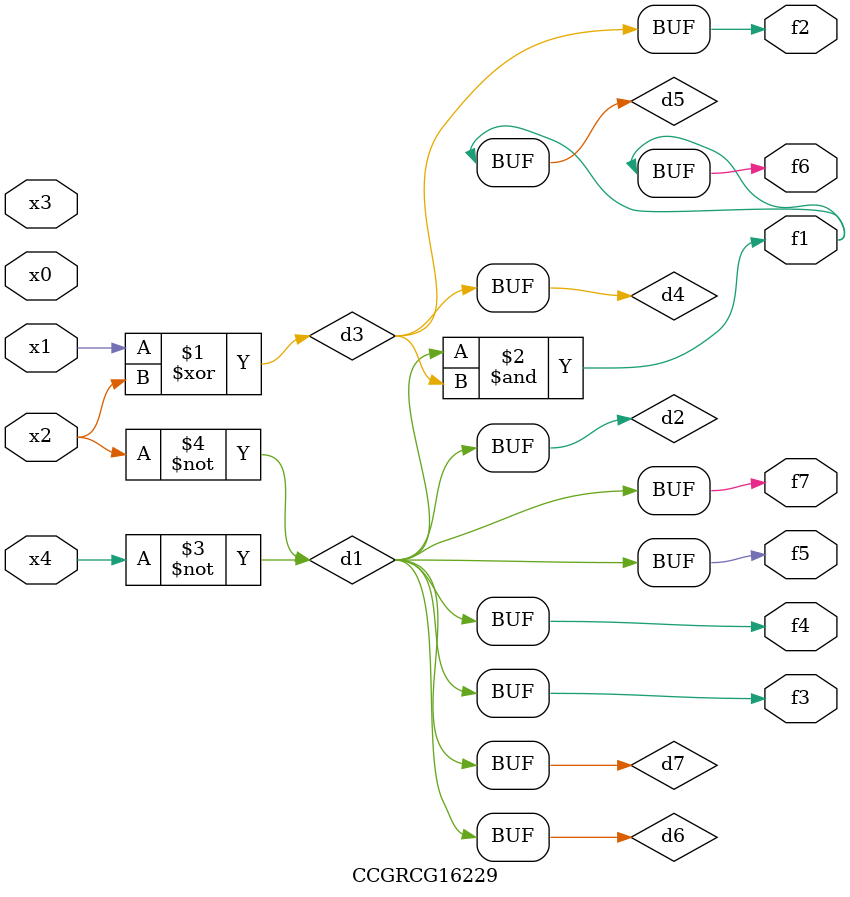
<source format=v>
module CCGRCG16229(
	input x0, x1, x2, x3, x4,
	output f1, f2, f3, f4, f5, f6, f7
);

	wire d1, d2, d3, d4, d5, d6, d7;

	not (d1, x4);
	not (d2, x2);
	xor (d3, x1, x2);
	buf (d4, d3);
	and (d5, d1, d3);
	buf (d6, d1, d2);
	buf (d7, d2);
	assign f1 = d5;
	assign f2 = d4;
	assign f3 = d7;
	assign f4 = d7;
	assign f5 = d7;
	assign f6 = d5;
	assign f7 = d7;
endmodule

</source>
